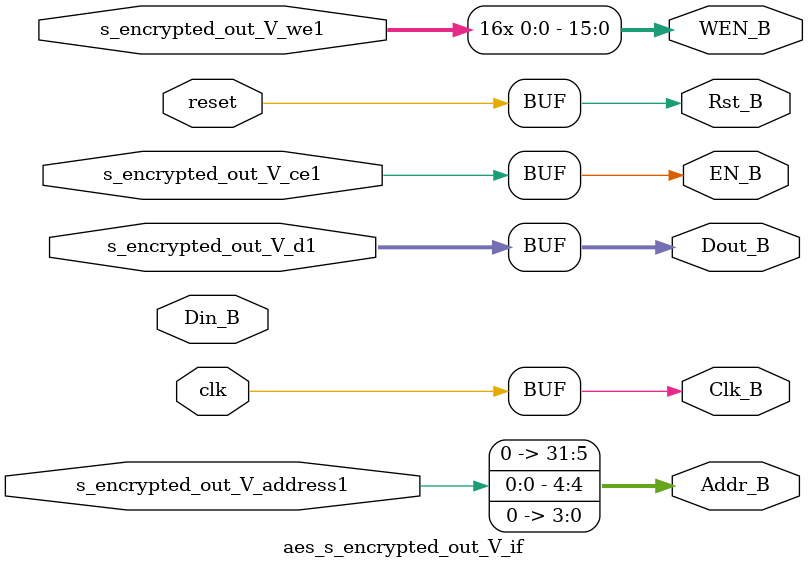
<source format=v>


`timescale 1ns/1ps

module aes_s_encrypted_out_V_if (
    // system singals
    input  wire         clk,
    input  wire         reset,
    // user signals
    input  wire [0:0]   s_encrypted_out_V_address1,
    input  wire         s_encrypted_out_V_ce1,
    input  wire         s_encrypted_out_V_we1,
    input  wire [127:0] s_encrypted_out_V_d1,
    // bus signals
    output wire         Clk_B,
    output wire         Rst_B,
    output wire         EN_B,
    output wire [15:0]  WEN_B,
    output wire [31:0]  Addr_B,
    output wire [127:0] Dout_B,
    input  wire [127:0] Din_B
);
//------------------------Body---------------------------
assign Clk_B  = clk;
assign Rst_B  = reset;
assign EN_B   = s_encrypted_out_V_ce1;
assign Addr_B = {s_encrypted_out_V_address1, 4'b0};
assign WEN_B  = {16{s_encrypted_out_V_we1}};
assign Dout_B = s_encrypted_out_V_d1;

endmodule

</source>
